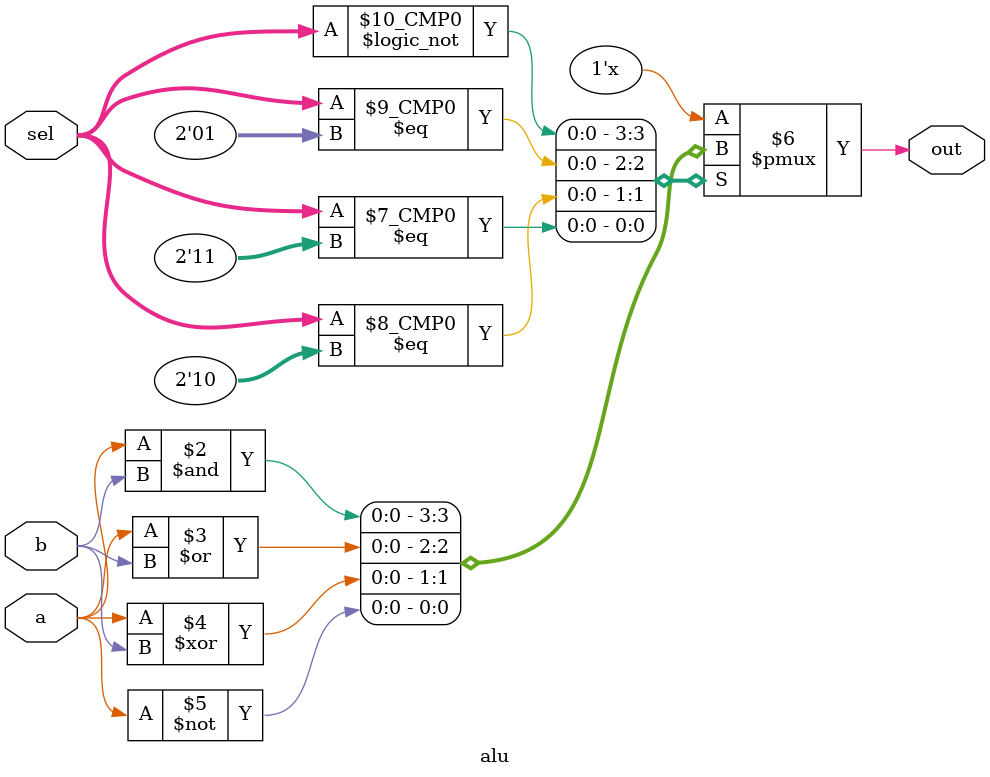
<source format=v>
module alu(input a,
           input b,
           input[1:0] sel,
           output reg out);
  always@(*) begin
    case(sel)
      2'b00:out=a&b;  
      2'b01:out=a|b; 
      2'b10:out=a^b; 
      2'b11:out=~a;       
      default:out=1'b0;
    endcase
  end
endmodule


</source>
